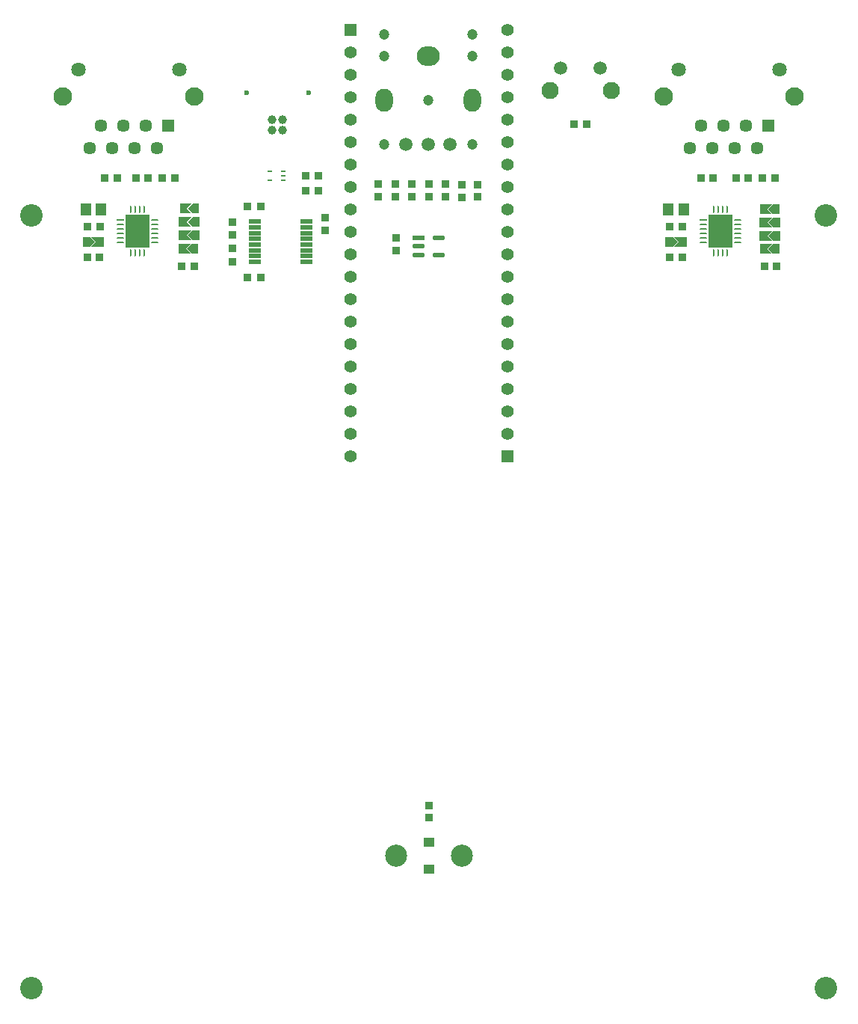
<source format=gbr>
%TF.GenerationSoftware,Altium Limited,Altium Designer,22.10.1 (41)*%
G04 Layer_Color=8388736*
%FSLAX45Y45*%
%MOMM*%
%TF.SameCoordinates,CC01BCFA-2ECF-4BF2-A349-93AF2CE8EC74*%
%TF.FilePolarity,Negative*%
%TF.FileFunction,Soldermask,Top*%
%TF.Part,Single*%
G01*
G75*
%TA.AperFunction,SMDPad,CuDef*%
G04:AMPARAMS|DCode=10|XSize=0.45mm|YSize=1.4mm|CornerRadius=0.0495mm|HoleSize=0mm|Usage=FLASHONLY|Rotation=90.000|XOffset=0mm|YOffset=0mm|HoleType=Round|Shape=RoundedRectangle|*
%AMROUNDEDRECTD10*
21,1,0.45000,1.30100,0,0,90.0*
21,1,0.35100,1.40000,0,0,90.0*
1,1,0.09900,0.65050,0.17550*
1,1,0.09900,0.65050,-0.17550*
1,1,0.09900,-0.65050,-0.17550*
1,1,0.09900,-0.65050,0.17550*
%
%ADD10ROUNDEDRECTD10*%
%ADD11R,0.91213X0.95872*%
%ADD12R,0.95872X0.91213*%
%ADD13R,0.60960X0.25400*%
%ADD14R,1.16000X1.47000*%
%ADD16R,2.75000X3.75000*%
%ADD17R,0.83107X0.24247*%
G04:AMPARAMS|DCode=18|XSize=0.83107mm|YSize=0.24247mm|CornerRadius=0.12124mm|HoleSize=0mm|Usage=FLASHONLY|Rotation=0.000|XOffset=0mm|YOffset=0mm|HoleType=Round|Shape=RoundedRectangle|*
%AMROUNDEDRECTD18*
21,1,0.83107,0.00000,0,0,0.0*
21,1,0.58859,0.24247,0,0,0.0*
1,1,0.24247,0.29430,0.00000*
1,1,0.24247,-0.29430,0.00000*
1,1,0.24247,-0.29430,0.00000*
1,1,0.24247,0.29430,0.00000*
%
%ADD18ROUNDEDRECTD18*%
G04:AMPARAMS|DCode=19|XSize=0.24247mm|YSize=0.83107mm|CornerRadius=0.12124mm|HoleSize=0mm|Usage=FLASHONLY|Rotation=0.000|XOffset=0mm|YOffset=0mm|HoleType=Round|Shape=RoundedRectangle|*
%AMROUNDEDRECTD19*
21,1,0.24247,0.58859,0,0,0.0*
21,1,0.00000,0.83107,0,0,0.0*
1,1,0.24247,0.00000,-0.29430*
1,1,0.24247,0.00000,-0.29430*
1,1,0.24247,0.00000,0.29430*
1,1,0.24247,0.00000,0.29430*
%
%ADD19ROUNDEDRECTD19*%
%ADD20R,0.95814X0.91213*%
%ADD21R,0.91213X0.95814*%
%ADD22R,1.40712X0.57583*%
G04:AMPARAMS|DCode=23|XSize=1.40712mm|YSize=0.57583mm|CornerRadius=0.28791mm|HoleSize=0mm|Usage=FLASHONLY|Rotation=0.000|XOffset=0mm|YOffset=0mm|HoleType=Round|Shape=RoundedRectangle|*
%AMROUNDEDRECTD23*
21,1,1.40712,0.00000,0,0,0.0*
21,1,0.83129,0.57583,0,0,0.0*
1,1,0.57583,0.41565,0.00000*
1,1,0.57583,-0.41565,0.00000*
1,1,0.57583,-0.41565,0.00000*
1,1,0.57583,0.41565,0.00000*
%
%ADD23ROUNDEDRECTD23*%
%ADD24R,1.20000X1.00000*%
%TA.AperFunction,WasherPad*%
%ADD28C,2.50000*%
%TA.AperFunction,ComponentPad*%
%ADD29C,1.95000*%
%ADD30C,1.50000*%
%ADD31C,1.20000*%
%ADD32O,2.60000X2.20000*%
%ADD33C,1.50800*%
%ADD34O,2.00000X2.60000*%
%ADD35C,1.63000*%
%ADD36C,2.10000*%
%ADD37C,1.44600*%
%ADD38R,1.44600X1.44600*%
%ADD39C,1.00000*%
%ADD40C,0.60000*%
%ADD42R,1.39000X1.39000*%
%ADD43C,1.39000*%
%TA.AperFunction,ViaPad*%
%ADD46C,2.55200*%
%TA.AperFunction,SMDPad,CuDef*%
%ADD57C,0.35400*%
G36*
X-2607500Y9770000D02*
X-2677500D01*
X-2732500Y9825000D01*
X-2677500Y9880000D01*
X-2607500D01*
Y9770000D01*
D02*
G37*
G36*
X-2742500Y9825000D02*
X-2742500D01*
X-2687500Y9770000D01*
X-2822500D01*
Y9880000D01*
X-2687500D01*
X-2742500Y9825000D01*
D02*
G37*
G36*
X-2595000Y9620000D02*
X-2677500D01*
X-2732500Y9675000D01*
X-2677500Y9730000D01*
X-2595000D01*
Y9620000D01*
D02*
G37*
G36*
X-2742500Y9675000D02*
X-2687500Y9620000D01*
X-2835000D01*
Y9730000D01*
X-2687500D01*
X-2742500Y9675000D01*
D02*
G37*
G36*
X-2595000Y9470000D02*
X-2677500D01*
X-2732500Y9525000D01*
X-2677500Y9580000D01*
X-2595000D01*
Y9470000D01*
D02*
G37*
G36*
X-2742500Y9525000D02*
X-2687500Y9470000D01*
X-2835000D01*
Y9580000D01*
X-2687500D01*
X-2742500Y9525000D01*
D02*
G37*
G36*
X-3680000Y9395000D02*
X-3827500D01*
X-3772500Y9450000D01*
X-3827500Y9505000D01*
X-3680000D01*
Y9395000D01*
D02*
G37*
G36*
X-3782500Y9450000D02*
X-3837500Y9395000D01*
X-3920000D01*
Y9505000D01*
X-3837500D01*
X-3782500Y9450000D01*
D02*
G37*
G36*
X-2617500Y9320000D02*
X-2687500D01*
X-2742500Y9375000D01*
X-2687500Y9430000D01*
X-2617500D01*
Y9320000D01*
D02*
G37*
G36*
X-2752500Y9375000D02*
X-2752500D01*
X-2697500Y9320000D01*
X-2832500D01*
Y9430000D01*
X-2697500D01*
X-2752500Y9375000D01*
D02*
G37*
G36*
X3967500Y9765000D02*
X3897500D01*
X3842500Y9820000D01*
X3897500Y9875000D01*
X3967500D01*
Y9765000D01*
D02*
G37*
G36*
X3832500Y9820000D02*
X3832500D01*
X3887500Y9765000D01*
X3752500D01*
Y9875000D01*
X3887500D01*
X3832500Y9820000D01*
D02*
G37*
G36*
X3980000Y9615000D02*
X3897500D01*
X3842500Y9670000D01*
X3897500Y9725000D01*
X3980000D01*
Y9615000D01*
D02*
G37*
G36*
X3832500Y9670000D02*
X3887500Y9615000D01*
X3740000D01*
Y9725000D01*
X3887500D01*
X3832500Y9670000D01*
D02*
G37*
G36*
X3980000Y9465000D02*
X3897500D01*
X3842500Y9520000D01*
X3897500Y9575000D01*
X3980000D01*
Y9465000D01*
D02*
G37*
G36*
X3832500Y9520000D02*
X3887500Y9465000D01*
X3740000D01*
Y9575000D01*
X3887500D01*
X3832500Y9520000D01*
D02*
G37*
G36*
X2920000Y9395000D02*
X2772500D01*
X2827500Y9450000D01*
X2772500Y9505000D01*
X2920000D01*
Y9395000D01*
D02*
G37*
G36*
X2817500Y9450000D02*
X2762500Y9395000D01*
X2680000D01*
Y9505000D01*
X2762500D01*
X2817500Y9450000D01*
D02*
G37*
G36*
X3967500Y9315000D02*
X3897500D01*
X3842500Y9370000D01*
X3897500Y9425000D01*
X3967500D01*
Y9315000D01*
D02*
G37*
G36*
X3832500Y9370000D02*
X3832500D01*
X3887500Y9315000D01*
X3752500D01*
Y9425000D01*
X3887500D01*
X3832500Y9370000D01*
D02*
G37*
D10*
X-1385000Y9222500D02*
D03*
Y9287500D02*
D03*
Y9352500D02*
D03*
Y9417500D02*
D03*
Y9482500D02*
D03*
Y9547500D02*
D03*
Y9612500D02*
D03*
Y9677500D02*
D03*
X-1975000Y9222500D02*
D03*
Y9287500D02*
D03*
Y9352500D02*
D03*
Y9417500D02*
D03*
Y9482500D02*
D03*
Y9547500D02*
D03*
Y9612500D02*
D03*
Y9677500D02*
D03*
D11*
X-2230000Y9672671D02*
D03*
Y9527329D02*
D03*
Y9372671D02*
D03*
Y9227329D02*
D03*
X-1180000Y9722671D02*
D03*
Y9577329D02*
D03*
X375000Y10100000D02*
D03*
Y9954659D02*
D03*
X0Y9960329D02*
D03*
Y10105671D02*
D03*
X-375000Y9352329D02*
D03*
Y9497671D02*
D03*
D12*
X-1907329Y9850000D02*
D03*
X-2052671D02*
D03*
Y9050000D02*
D03*
X-1907329D02*
D03*
X2872671Y9620000D02*
D03*
X2727329D02*
D03*
X1787671Y10782500D02*
D03*
X1642329D02*
D03*
X-3872671Y9625000D02*
D03*
X-3727329D02*
D03*
D13*
X-1799930Y10150000D02*
D03*
Y10250000D02*
D03*
X-1650070D02*
D03*
Y10200000D02*
D03*
Y10150000D02*
D03*
D14*
X-3712500Y9820000D02*
D03*
X-3887500D02*
D03*
X2887500Y9820000D02*
D03*
X2712500D02*
D03*
D16*
X3300000Y9570000D02*
D03*
X-3300000Y9570000D02*
D03*
D17*
X3105947Y9695000D02*
D03*
X-3494053Y9695000D02*
D03*
D18*
X3105947Y9645000D02*
D03*
Y9595000D02*
D03*
Y9545000D02*
D03*
Y9495000D02*
D03*
Y9445000D02*
D03*
X3494053D02*
D03*
Y9495000D02*
D03*
Y9545000D02*
D03*
Y9595000D02*
D03*
Y9645000D02*
D03*
Y9695000D02*
D03*
X-3494053Y9645000D02*
D03*
Y9595000D02*
D03*
Y9545000D02*
D03*
Y9495000D02*
D03*
Y9445000D02*
D03*
X-3105947D02*
D03*
Y9495000D02*
D03*
Y9545000D02*
D03*
Y9595000D02*
D03*
Y9645000D02*
D03*
Y9695000D02*
D03*
D19*
X3225000Y9325946D02*
D03*
X3275000D02*
D03*
X3325000D02*
D03*
X3375000D02*
D03*
Y9814053D02*
D03*
X3325000D02*
D03*
X3275000D02*
D03*
X3225000D02*
D03*
X-3375000Y9325947D02*
D03*
X-3325000D02*
D03*
X-3275000D02*
D03*
X-3225000D02*
D03*
Y9814053D02*
D03*
X-3275000D02*
D03*
X-3325000D02*
D03*
X-3375000D02*
D03*
D20*
X3940399Y9170000D02*
D03*
X3800000D02*
D03*
X3920199Y10170000D02*
D03*
X3779800D02*
D03*
X2729800Y9275000D02*
D03*
X2870199D02*
D03*
X3079801Y10170000D02*
D03*
X3220200D02*
D03*
X3620200D02*
D03*
X3479801D02*
D03*
X-3670199Y10170000D02*
D03*
X-3529800D02*
D03*
X-3179801D02*
D03*
X-3320200D02*
D03*
X-2879800D02*
D03*
X-3020199D02*
D03*
X-3870200Y9275000D02*
D03*
X-3729801D02*
D03*
X-2659600Y9170000D02*
D03*
X-2799999D02*
D03*
X-1395199Y10025000D02*
D03*
X-1254800D02*
D03*
X-1395199Y10200000D02*
D03*
X-1254800D02*
D03*
D21*
X-381000Y10103200D02*
D03*
Y9962800D02*
D03*
X190500Y10103200D02*
D03*
Y9962800D02*
D03*
X-571500Y10103200D02*
D03*
Y9962800D02*
D03*
X-190500D02*
D03*
Y10103200D02*
D03*
X550000Y10100000D02*
D03*
Y9959601D02*
D03*
X0Y3070200D02*
D03*
Y2929801D02*
D03*
D22*
X-115055Y9493000D02*
D03*
D23*
Y9398000D02*
D03*
Y9303000D02*
D03*
X115055D02*
D03*
Y9493000D02*
D03*
D24*
X0Y2350000D02*
D03*
Y2650000D02*
D03*
D28*
X375000Y2500000D02*
D03*
X-375000D02*
D03*
D29*
X1368500Y11164999D02*
D03*
X2068500D02*
D03*
D30*
X1493500Y11419999D02*
D03*
X1943500D02*
D03*
D31*
X-508000Y11800000D02*
D03*
Y11550000D02*
D03*
X492000Y11800000D02*
D03*
Y11550000D02*
D03*
X-8000Y11050000D02*
D03*
X-508000Y10550000D02*
D03*
X492000D02*
D03*
D32*
X-8000Y11550000D02*
D03*
D33*
X242000Y10550000D02*
D03*
X-8000D02*
D03*
X-258000D02*
D03*
D34*
X-508000Y11050000D02*
D03*
X492000D02*
D03*
D35*
X-2828500Y11396100D02*
D03*
X-3971500D02*
D03*
X3971500Y11396100D02*
D03*
X2828500D02*
D03*
D36*
X-4144000Y11091100D02*
D03*
X-2656000D02*
D03*
X2656000Y11091100D02*
D03*
X4144000D02*
D03*
D37*
X-3844500Y10507100D02*
D03*
X-3717500Y10761100D02*
D03*
X-3590500Y10507100D02*
D03*
X-3463500Y10761100D02*
D03*
X-3336500Y10507100D02*
D03*
X-3209500Y10761100D02*
D03*
X-3082500Y10507100D02*
D03*
X2955500Y10507100D02*
D03*
X3082500Y10761100D02*
D03*
X3209500Y10507100D02*
D03*
X3336500Y10761100D02*
D03*
X3463500Y10507100D02*
D03*
X3590500Y10761100D02*
D03*
X3717500Y10507100D02*
D03*
D38*
X-2955500Y10761100D02*
D03*
X3844500Y10761100D02*
D03*
D39*
X-1654500Y10715001D02*
D03*
X-1774500D02*
D03*
Y10835001D02*
D03*
X-1654500D02*
D03*
D40*
X-1364500Y11135001D02*
D03*
X-2064500D02*
D03*
D42*
X-889000Y11846500D02*
D03*
X889000Y7020500D02*
D03*
D43*
X-889000Y11592500D02*
D03*
Y11338500D02*
D03*
Y11084500D02*
D03*
Y10830500D02*
D03*
Y10576500D02*
D03*
Y10322500D02*
D03*
Y10068500D02*
D03*
Y9814500D02*
D03*
Y9560500D02*
D03*
Y9306500D02*
D03*
Y9052500D02*
D03*
Y8798500D02*
D03*
Y8544500D02*
D03*
Y8290500D02*
D03*
Y8036500D02*
D03*
Y7782500D02*
D03*
Y7528500D02*
D03*
Y7274500D02*
D03*
Y7020500D02*
D03*
X889000Y7274500D02*
D03*
Y7528500D02*
D03*
Y7782500D02*
D03*
Y8036500D02*
D03*
Y8290500D02*
D03*
Y8544500D02*
D03*
Y8798500D02*
D03*
Y9052500D02*
D03*
Y9306500D02*
D03*
Y9560500D02*
D03*
Y9814500D02*
D03*
Y10068500D02*
D03*
Y10322500D02*
D03*
Y10576500D02*
D03*
Y10830500D02*
D03*
Y11084500D02*
D03*
Y11338500D02*
D03*
Y11592500D02*
D03*
Y11846500D02*
D03*
D46*
X-4500000Y1000000D02*
D03*
X4500000D02*
D03*
Y9750000D02*
D03*
X-4500000D02*
D03*
D57*
X-3740000Y9450000D02*
D03*
X-3850000D02*
D03*
X2860000D02*
D03*
X2750000D02*
D03*
X3800000Y9520000D02*
D03*
X3910000D02*
D03*
X3800000Y9370000D02*
D03*
X3910000D02*
D03*
X3800000Y9820000D02*
D03*
X3910000D02*
D03*
X3800000Y9670000D02*
D03*
X3910000D02*
D03*
X-2775000Y9675000D02*
D03*
X-2665000D02*
D03*
X-2775000Y9825000D02*
D03*
X-2665000D02*
D03*
X-2775000Y9525000D02*
D03*
X-2665000D02*
D03*
X-2785000Y9375000D02*
D03*
X-2675000D02*
D03*
%TF.MD5,0b1fef054cd5414597553228506934f3*%
M02*

</source>
